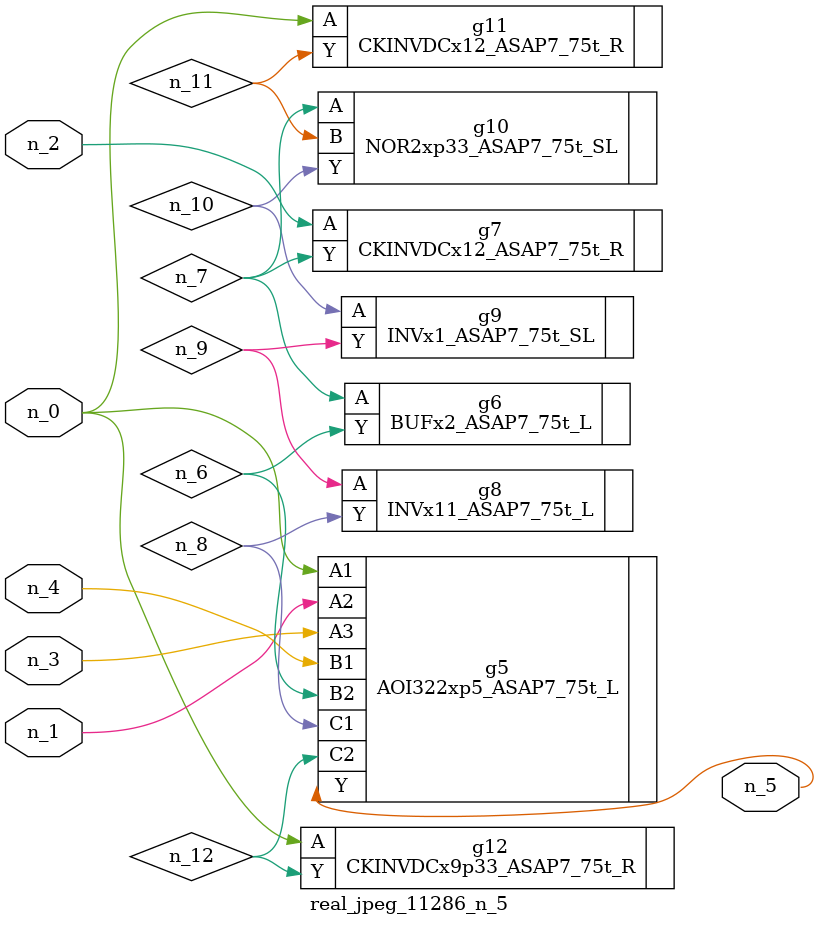
<source format=v>
module real_jpeg_11286_n_5 (n_4, n_0, n_1, n_2, n_3, n_5);

input n_4;
input n_0;
input n_1;
input n_2;
input n_3;

output n_5;

wire n_12;
wire n_8;
wire n_11;
wire n_6;
wire n_7;
wire n_10;
wire n_9;

AOI322xp5_ASAP7_75t_L g5 ( 
.A1(n_0),
.A2(n_1),
.A3(n_3),
.B1(n_4),
.B2(n_6),
.C1(n_8),
.C2(n_12),
.Y(n_5)
);

CKINVDCx12_ASAP7_75t_R g11 ( 
.A(n_0),
.Y(n_11)
);

CKINVDCx9p33_ASAP7_75t_R g12 ( 
.A(n_0),
.Y(n_12)
);

CKINVDCx12_ASAP7_75t_R g7 ( 
.A(n_2),
.Y(n_7)
);

BUFx2_ASAP7_75t_L g6 ( 
.A(n_7),
.Y(n_6)
);

NOR2xp33_ASAP7_75t_SL g10 ( 
.A(n_7),
.B(n_11),
.Y(n_10)
);

INVx11_ASAP7_75t_L g8 ( 
.A(n_9),
.Y(n_8)
);

INVx1_ASAP7_75t_SL g9 ( 
.A(n_10),
.Y(n_9)
);


endmodule
</source>
